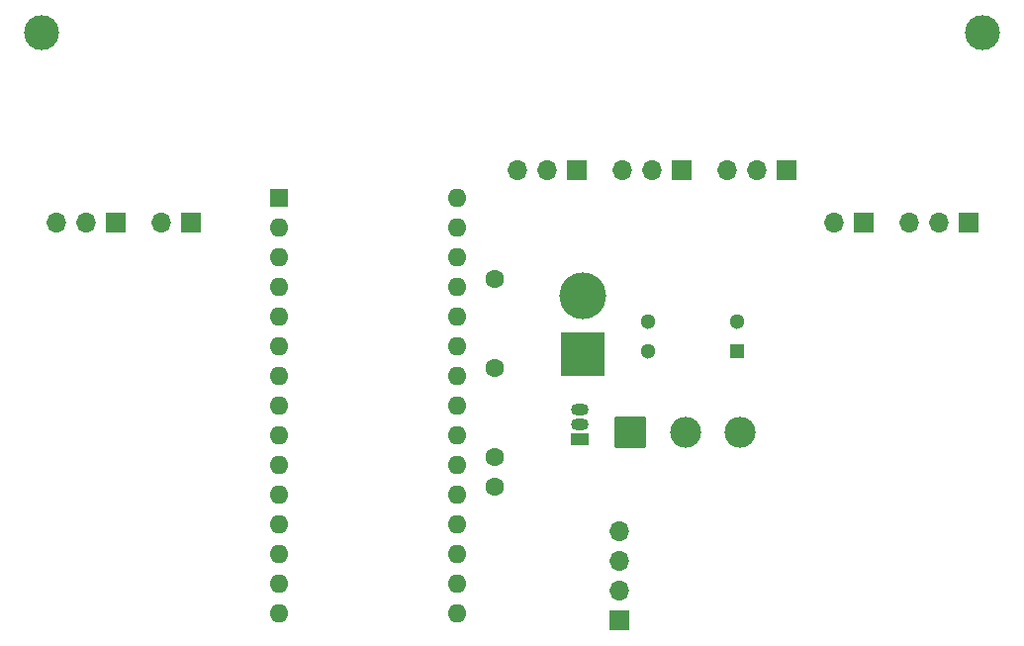
<source format=gbs>
G04 #@! TF.GenerationSoftware,KiCad,Pcbnew,8.0.3*
G04 #@! TF.CreationDate,2025-05-14T17:26:27-04:00*
G04 #@! TF.ProjectId,ballsi,62616c6c-7369-42e6-9b69-6361645f7063,rev?*
G04 #@! TF.SameCoordinates,Original*
G04 #@! TF.FileFunction,Soldermask,Bot*
G04 #@! TF.FilePolarity,Negative*
%FSLAX46Y46*%
G04 Gerber Fmt 4.6, Leading zero omitted, Abs format (unit mm)*
G04 Created by KiCad (PCBNEW 8.0.3) date 2025-05-14 17:26:27*
%MOMM*%
%LPD*%
G01*
G04 APERTURE LIST*
G04 Aperture macros list*
%AMRoundRect*
0 Rectangle with rounded corners*
0 $1 Rounding radius*
0 $2 $3 $4 $5 $6 $7 $8 $9 X,Y pos of 4 corners*
0 Add a 4 corners polygon primitive as box body*
4,1,4,$2,$3,$4,$5,$6,$7,$8,$9,$2,$3,0*
0 Add four circle primitives for the rounded corners*
1,1,$1+$1,$2,$3*
1,1,$1+$1,$4,$5*
1,1,$1+$1,$6,$7*
1,1,$1+$1,$8,$9*
0 Add four rect primitives between the rounded corners*
20,1,$1+$1,$2,$3,$4,$5,0*
20,1,$1+$1,$4,$5,$6,$7,0*
20,1,$1+$1,$6,$7,$8,$9,0*
20,1,$1+$1,$8,$9,$2,$3,0*%
G04 Aperture macros list end*
%ADD10O,1.700000X1.700000*%
%ADD11R,1.700000X1.700000*%
%ADD12C,3.000000*%
%ADD13R,1.500000X1.050000*%
%ADD14O,1.500000X1.050000*%
%ADD15C,4.000000*%
%ADD16R,3.800000X3.800000*%
%ADD17C,2.654000*%
%ADD18RoundRect,0.102000X1.225000X-1.225000X1.225000X1.225000X-1.225000X1.225000X-1.225000X-1.225000X0*%
%ADD19R,1.600000X1.600000*%
%ADD20O,1.600000X1.600000*%
%ADD21C,1.300000*%
%ADD22R,1.300000X1.300000*%
%ADD23C,1.600200*%
G04 APERTURE END LIST*
D10*
X229445000Y-71025000D03*
X231985000Y-71025000D03*
D11*
X234525000Y-71025000D03*
D10*
X223000000Y-71000000D03*
D11*
X225540000Y-71000000D03*
D10*
X165500000Y-71000000D03*
D11*
X168040000Y-71000000D03*
D10*
X156500000Y-71000000D03*
X159040000Y-71000000D03*
D11*
X161580000Y-71000000D03*
D12*
X235750000Y-54750000D03*
X155250000Y-54750000D03*
D13*
X201250000Y-89540000D03*
D14*
X201250000Y-88270000D03*
X201250000Y-87000000D03*
D10*
X204670000Y-97460000D03*
X204670000Y-100000000D03*
X204670000Y-102540000D03*
D11*
X204670000Y-105080000D03*
D15*
X201500000Y-77250000D03*
D16*
X201500000Y-82250000D03*
D10*
X204920000Y-66500000D03*
X207460000Y-66500000D03*
D11*
X210000000Y-66500000D03*
D17*
X215000000Y-89000000D03*
X210300000Y-89000000D03*
D18*
X205600000Y-89000000D03*
D10*
X213920000Y-66500000D03*
X216460000Y-66500000D03*
D11*
X219000000Y-66500000D03*
D19*
X175500000Y-68880000D03*
D20*
X175500000Y-71420000D03*
X175500000Y-73960000D03*
X175500000Y-76500000D03*
X175500000Y-79040000D03*
X175500000Y-81580000D03*
X175500000Y-84120000D03*
X175500000Y-86660000D03*
X175500000Y-89200000D03*
X175500000Y-91740000D03*
X175500000Y-94280000D03*
X175500000Y-96820000D03*
X175500000Y-99360000D03*
X175500000Y-101900000D03*
X175500000Y-104440000D03*
X190740000Y-104440000D03*
X190740000Y-101900000D03*
X190740000Y-99360000D03*
X190740000Y-96820000D03*
X190740000Y-94280000D03*
X190740000Y-91740000D03*
X190740000Y-89200000D03*
X190740000Y-86660000D03*
X190740000Y-84120000D03*
X190740000Y-81580000D03*
X190740000Y-79040000D03*
X190740000Y-76500000D03*
X190740000Y-73960000D03*
X190740000Y-71420000D03*
X190740000Y-68880000D03*
D21*
X207100000Y-82040000D03*
X207100000Y-79500000D03*
X214720000Y-79500000D03*
D22*
X214720000Y-82040000D03*
D10*
X195905000Y-66525000D03*
X198445000Y-66525000D03*
D11*
X200985000Y-66525000D03*
D23*
X194000000Y-75835001D03*
X194000000Y-83455001D03*
X194000000Y-91075001D03*
X194000000Y-93615001D03*
M02*

</source>
